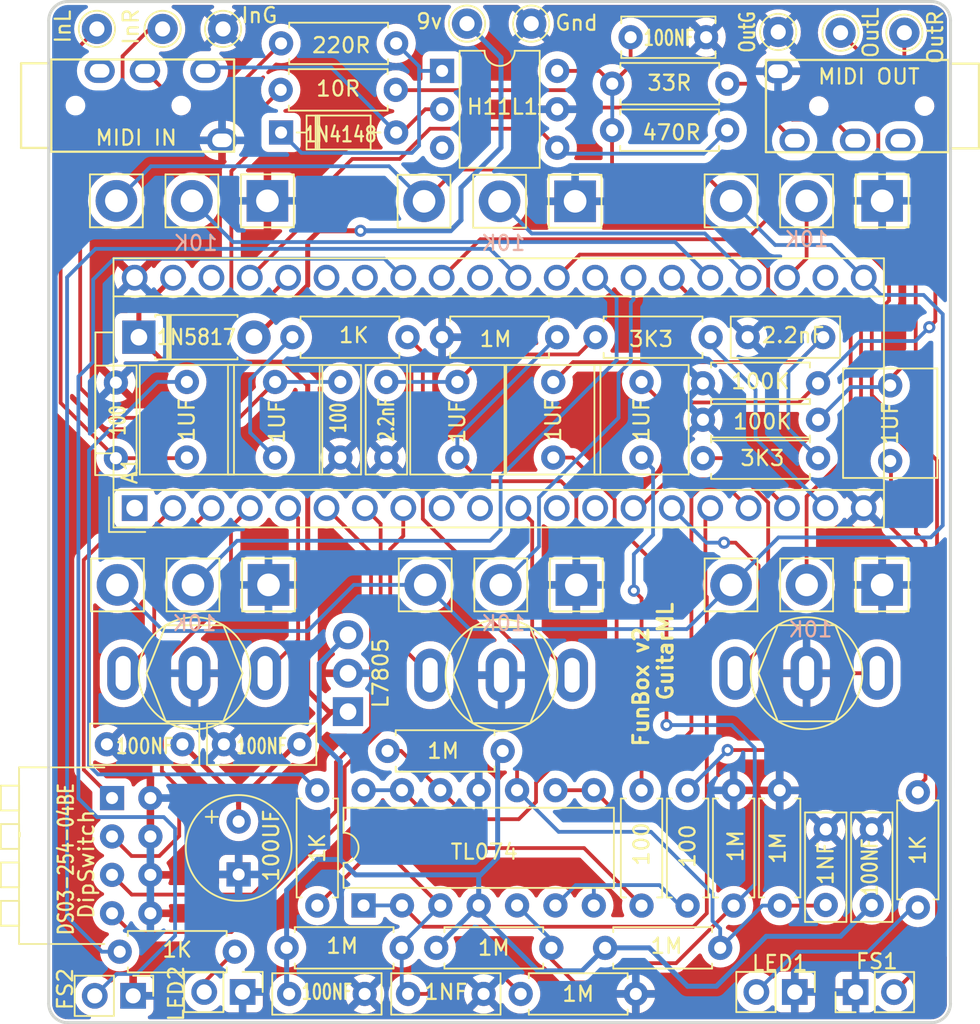
<source format=kicad_pcb>
(kicad_pcb (version 20221018) (generator pcbnew)
  (layers (0 "F.Cu" signal) (31 "B.Cu" signal) (34 "B.Paste" user) (35 "F.Paste" user) (36 "B.SilkS" user "B.Silkscreen") (37 "F.SilkS" user "F.Silkscreen") (38 "B.Mask" user) (39 "F.Mask" user) (44 "Edge.Cuts" user))
  (net 0 "")
  (net 2 "DIP1")
  (net 3 "SW3_LEFT")
  (net 4 "DIP2")
  (net 5 "FOOT_SWITCH_2")
  (net 6 "FOOT_SWITCH_1")
  (net 7 "SW3_RIGHT")
  (net 8 "DIP3")
  (net 9 "SW2_LEFT")
  (net 10 "unconnected-(A1-I2C1_SCL-Pad12)")
  (net 14 "AUDIO_IN_BUFFER_LEFT")
  (net 15 "AUDIO_OUT_BUFFER_LEFT")
  (net 16 "GND")
  (net 17 "POT_1")
  (net 18 "POT_2")
  (net 19 "POT_3")
  (net 20 "POT_4")
  (net 21 "AUDIO_IN_BUFFER_RIGHT")
  (net 22 "AUDIO_OUT_BUFFER_RIGHT")
  (net 23 "LED_1")
  (net 24 "LED_2")
  (net 27 "POT_5")
  (net 30 "POT_6")
  (net 31 "MIDI_OUT")
  (net 32 "MIDI_IN")
  (net 33 "Net-(In1-Pin_1)")
  (net 34 "Net-(C1-Pad2)")
  (net 35 "Net-(U1A-+)")
  (net 36 "Net-(U1B-+)")
  (net 37 "Net-(Out1-Pin_1)")
  (net 38 "Net-(U1B--)")
  (net 39 "Net-(9v1-Pin_1)")
  (net 40 "Net-(LED1-A)")
  (net 41 "Net-(LED2-A)")
  (net 42 "Net-(C5-Pad2)")
  (net 43 "SW2_RIGHT")
  (net 44 "3V3_D")
  (net 45 "VCC")
  (net 46 "5V")
  (net 47 "3V3_A")
  (net 48 "SW1_RIGHT")
  (net 49 "Net-(C12-Pad1)")
  (net 50 "DIP4")
  (net 51 "SW1_LEFT")
  (net 52 "Net-(In2-Pin_1)")
  (net 53 "Net-(C13-Pad1)")
  (net 54 "Net-(C14-Pad2)")
  (net 55 "Net-(U1D-+)")
  (net 56 "Net-(U1C-+)")
  (net 57 "Net-(Out2-Pin_1)")
  (net 58 "Net-(C17-Pad2)")
  (net 59 "Net-(U1D--)")
  (net 60 "Net-(D2-K)")
  (net 61 "MIDI_IN_JACK_PIN5")
  (net 62 "MIDI_IN_JACK_PIN4")
  (net 63 "MIDI_OUT_JACK_PIN4")
  (net 64 "MIDI_OUT_JACK_PIN5")
  (footprint "Resistor_THT:R_Axial_DIN0207_L6.3mm_D2.5mm_P7.62mm_Horizontal" (layer "F.Cu") (at 133.49 67.0572)
    (fp_text reference "R30")
    (fp_text value "220R")
  )
  (footprint "Potentiometer_THT:Pot_RightAngle_LongPin_16mm" (layer "F.Cu") (at 168.2788 101.57 180)
    (fp_text reference "POT4" hide)
    (fp_text value "10K")
  )
  (footprint "TestPoint:TestPoint_THTPad_D2.0mm_Drill1.0mm" (layer "F.Cu") (at 174.75 66.35)
    (fp_text reference "OutR")
    (fp_text value "~")
  )
  (footprint "Capacitor_THT:C_Rect_L7.0mm_W6.0mm_P5.00mm" (layer "F.Cu") (at 145.161 89.448 -90)
    (fp_text reference "C15")
    (fp_text value "1UF")
  )
  (footprint "Potentiometer_THT:Pot_RightAngle_LongPin_16mm" (layer "F.Cu") (at 148.035 101.57 180)
    (fp_text reference "POT5")
    (fp_text value "10K")
  )
  (footprint "Capacitor_THT:C_Rect_L7.0mm_W6.0mm_P5.00mm" (layer "F.Cu") (at 151.511 89.448 -90)
    (fp_text reference "C4")
    (fp_text value "1UF")
  )
  (footprint "Capacitor_THT:C_Rect_L7.0mm_W2.5mm_P5.00mm" (layer "F.Cu") (at 140.462 89.448 -90)
    (fp_text reference "C13")
    (fp_text value "2.2nF")
  )
  (footprint "Potentiometer_THT:Pot_RightAngle_LongPin_16mm" (layer "F.Cu") (at 147.955 76.2 180)
    (fp_text reference "POT2")
    (fp_text value "10K")
  )
  (footprint "Potentiometer_THT:Pot_RightAngle_LongPin_16mm" (layer "F.Cu") (at 168.2788 76.17 180)
    (fp_text reference "POT1")
    (fp_text value "10K")
  )
  (footprint "Resistor_THT:R_Axial_DIN0207_L6.3mm_D2.5mm_P7.62mm_Horizontal" (layer "F.Cu") (at 155.4 72.8)
    (fp_text reference "R31")
    (fp_text value "470R")
  )
  (footprint "Diode_THT:D_DO-35_SOD27_P7.62mm_Horizontal" (layer "F.Cu") (at 133.49 72.95)
    (fp_text reference "D2")
    (fp_text value "1N4148")
  )
  (footprint "Audio_Module:TRRS-PJ-320A" (layer "F.Cu") (at 177.6878 71.2 -90)
    (fp_text reference "J7")
    (fp_text value "MIDI OUT")
  )
  (footprint "Resistor_THT:R_Axial_DIN0207_L6.3mm_D2.5mm_P7.62mm_Horizontal" (layer "F.Cu") (at 134.239 86.487)
    (fp_text reference "R12")
    (fp_text value "1K")
  )
  (footprint "Package_TO_SOT_THT:TO-220-3_Vertical" (layer "F.Cu") (at 137.922 111.252 90)
    (fp_text reference "U2")
    (fp_text value "L7805")
  )
  (footprint "Button_Switch_THT:SW_Toggle_SPDT_lugs" (layer "F.Cu") (at 168.275 108.712 180)
    (fp_text reference "SW1" hide)
    (fp_text value "SW_SPDT" hide)
  )
  (footprint "Capacitor_THT:C_Rect_L7.0mm_W6.0mm_P5.00mm" (layer "F.Cu") (at 173.8122 89.6766 -90)
    (fp_text reference "C5")
    (fp_text value "1UF")
  )
  (footprint "TestPoint:TestPoint_THTPad_D2.0mm_Drill1.0mm" (layer "F.Cu") (at 129.65 66.1)
    (fp_text reference "InG")
    (fp_text value "~" hide)
  )
  (footprint "Resistor_THT:R_Axial_DIN0207_L6.3mm_D2.5mm_P7.62mm_Horizontal" (layer "F.Cu") (at 163.449 124.079 90)
    (fp_text reference "R6")
    (fp_text value "1M")
  )
  (footprint "Capacitor_THT:C_Rect_L7.0mm_W2.5mm_P5.00mm" (layer "F.Cu") (at 121.96 113.411)
    (fp_text reference "C8")
    (fp_text value "100NF")
  )
  (footprint "Capacitor_THT:C_Rect_L7.0mm_W2.5mm_P5.00mm" (layer "F.Cu") (at 139.025 129.921 180)
    (fp_text reference "C9")
    (fp_text value "100NF")
  )
  (footprint "Capacitor_THT:C_Rect_L7.0mm_W6.0mm_P5.00mm" (layer "F.Cu") (at 133.096 89.448 -90)
    (fp_text reference "C14")
    (fp_text value "1UF")
  )
  (footprint "Capacitor_THT:CP_Radial_D8.0mm_P3.50mm" (layer "F.Cu") (at 130.683 122.019 90)
    (fp_text reference "C6")
    (fp_text value "100UF")
  )
  (footprint "TestPoint:TestPoint_THTPad_D2.0mm_Drill1.0mm" (layer "F.Cu") (at 121.3 66.1)
    (fp_text reference "InL")
    (fp_text value "~" hide)
  )
  (footprint "Resistor_THT:R_Axial_DIN0207_L6.3mm_D2.5mm_P7.62mm_Horizontal" (layer "F.Cu") (at 143.764 126.873)
    (fp_text reference "R5")
    (fp_text value "1M")
  )
  (footprint "Capacitor_THT:C_Rect_L7.0mm_W2.5mm_P5.00mm" (layer "F.Cu") (at 137.414 89.448 -90)
    (fp_text reference "C11")
    (fp_text value "100")
  )
  (footprint "TestPoint:TestPoint_THTPad_D2.0mm_Drill1.0mm" (layer "F.Cu") (at 125.65 66.1)
    (fp_text reference "InR")
    (fp_text value "~" hide)
  )
  (footprint "Resistor_THT:R_Axial_DIN0207_L6.3mm_D2.5mm_P7.62mm_Horizontal" (layer "F.Cu") (at 163.033 69.723 180)
    (fp_text reference "R33")
    (fp_text value "33R")
  )
  (footprint "Resistor_THT:R_Axial_DIN0207_L6.3mm_D2.5mm_P7.62mm_Horizontal" (layer "F.Cu") (at 166.497 124.079 90)
    (fp_text reference "R16")
    (fp_text value "1M")
  )
  (footprint "TestPoint:TestPoint_THTPad_D2.0mm_Drill1.0mm" (layer "F.Cu") (at 166.4 66.3)
    (fp_text reference "OutG")
    (fp_text value "~" hide)
  )
  (footprint "Button_Switch_THT:SW_Toggle_SPDT_lugs" (layer "F.Cu") (at 148.082 108.839 180)
    (fp_text reference "SW2" hide)
    (fp_text value "SW_SPDT" hide)
  )
  (footprint "Connector_PinHeader_2.54mm:PinHeader_1x02_P2.54mm_Vertical" (layer "F.Cu") (at 130.942 129.794 -90)
    (fp_text reference "LED2")
    (fp_text value "LED_2" hide)
  )
  (footprint "Resistor_THT:R_Axial_DIN0207_L6.3mm_D2.5mm_P7.62mm_Horizontal" (layer "F.Cu") (at 149.352 129.921)
    (fp_text reference "R1")
    (fp_text value "1M")
  )
  (footprint "Capacitor_THT:C_Disc_D6.0mm_W2.5mm_P5.00mm" (layer "F.Cu") (at 156.6292 66.65)
    (fp_text reference "C30")
    (fp_text value "100NF")
  )
  (footprint "Resistor_THT:R_Axial_DIN0207_L6.3mm_D2.5mm_P7.62mm_Horizontal" (layer "F.Cu") (at 160.401 124.079 90)
    (fp_text reference "R4")
    (fp_text value "100")
  )
  (footprint "Connector_PinHeader_2.54mm:PinHeader_1x02_P2.54mm_Vertical" (layer "F.Cu") (at 167.4926 129.794 -90)
    (fp_text reference "LED1")
    (fp_text value "LED_1" hide)
  )
  (footprint "Capacitor_THT:C_Rect_L7.0mm_W2.5mm_P5.00mm" (layer "F.Cu") (at 169.545 119.039 -90)
    (fp_text reference "C16")
    (fp_text value "1NF")
  )
  (footprint "Resistor_THT:R_Axial_DIN0207_L6.3mm_D2.5mm_P7.62mm_Horizontal" (layer "F.Cu") (at 161.417 94.488)
    (fp_text reference "R11")
    (fp_text value "3K3")
  )
  (footprint "Package_DIP:DIP-14_W7.62mm" (layer "F.Cu") (at 138.953 124.069 90)
    (fp_text reference "U1")
    (fp_text value "TL074")
  )
  (footprint "TestPoint:TestPoint_THTPad_D2.0mm_Drill1.0mm" (layer "F.Cu") (at 170.525 66.35)
    (fp_text reference "OutL")
    (fp_text value "~" hide)
  )
  (footprint "TestPoint:TestPoint_THTPad_D2.0mm_Drill1.0mm" (layer "F.Cu") (at 145.8 65.75)
    (fp_text reference "9v")
    (fp_text value "~" hide)
  )
  (footprint "Module:Electrosmith_Daisy_Seed" (layer "F.Cu") (at 123.7996 97.79 90)
    (fp_text reference "A1")
    (fp_text value "Electrosmith_Daisy_Seed_Rev4" hide)
  )
  (footprint "Resistor_THT:R_Axial_DIN0207_L6.3mm_D2.5mm_P7.62mm_Horizontal" (layer "F.Cu") (at 154.94 126.873)
    (fp_text reference "R15")
    (fp_text value "1M")
  )
  (footprint "Capacitor_THT:C_Rect_L7.0mm_W6.0mm_P5.00mm" (layer "F.Cu") (at 157.353 89.448 -90)
    (fp_text reference "C17")
    (fp_text value "1UF")
  )
  (footprint "Diode_THT:D_DO-41_SOD81_P7.62mm_Horizontal" (layer "F.Cu") (at 124.079 86.487)
    (fp_text reference "D1")
    (fp_text value "1N5817")
  )
  (footprint "Potentiometer_THT:Pot_RightAngle_LongPin_16mm" (layer "F.Cu") (at 127.588 76.17 180)
    (fp_text reference "POT3")
    (fp_text value "10K")
  )
  (footprint "Button_Switch_THT:DS03-254-04BE-dip4" (layer "F.Cu") (at 122.301 116.967)
    (fp_text reference "DipSwitch")
    (fp_text value "DS03-254-04BE")
  )
  (footprint "Resistor_THT:R_Axial_DIN0207_L6.3mm_D2.5mm_P7.62mm_Horizontal" (layer "F.Cu") (at 175.641 124.206 90)
    (fp_text reference "R8")
    (fp_text value "1K")
  )
  (footprint "Capacitor_THT:C_Rect_L7.0mm_W2.5mm_P5.00mm" (layer "F.Cu") (at 169.378 86.487 180)
    (fp_text reference "C12")
    (fp_text value "2.2nF")
  )
  (footprint "Capacitor_THT:C_Rect_L7.0mm_W2.5mm_P5.00mm" (layer "F.Cu") (at 129.707 113.411)
    (fp_text reference "C7")
    (fp_text value "100NF")
  )
  (footprint "Resistor_THT:R_Axial_DIN0207_L6.3mm_D2.5mm_P7.62mm_Horizontal" (layer "F.Cu") (at 148.16 113.85 180)
    (fp_text reference "R13")
    (fp_text value "1M")
  )
  (footprint "Potentiometer_THT:Pot_RightAngle_LongPin_16mm" (layer "F.Cu") (at 127.6604 101.57 180)
    (fp_text reference "POT6")
    (fp_text value "10K")
  )
  (footprint "Resistor_THT:R_Axial_DIN0207_L6.3mm_D2.5mm_P7.62mm_Horizontal" (layer "F.Cu") (at 161.417 89.535)
    (fp_text reference "R18")
    (fp_text value "100K")
  )
  (footprint "Connector_PinHeader_2.54mm:PinHeader_1x02_P2.54mm_Vertical" (layer "F.Cu") (at 171.525 129.8 90)
    (fp_text reference "FS1")
    (fp_text value "Foot_Switch_1" hide)
  )
  (footprint "Resistor_THT:R_Axial_DIN0207_L6.3mm_D2.5mm_P7.62mm_Horizontal" (layer "F.Cu") (at 151.765 86.487 180)
    (fp_text reference "R14")
    (fp_text value "1M")
  )
  (footprint "Resistor_THT:R_Axial_DIN0207_L6.3mm_D2.5mm_P7.62mm_Horizontal" (layer "F.Cu") (at 141.0846 70.1306 180)
    (fp_text reference "R32")
    (fp_text value "10R")
  )
  (footprint "Capacitor_THT:C_Rect_L7.0mm_W6.0mm_P5.00mm" (layer "F.Cu") (at 127.254 94.448 90)
    (fp_text reference "C1")
    (fp_text value "1UF")
  )
  (footprint "Capacitor_THT:C_Rect_L7.0mm_W2.5mm_P5.00mm" (layer "F.Cu") (at 146.899 129.921 180)
    (fp_text reference "C3")
    (fp_text value "1NF")
  )
  (footprint "Resistor_THT:R_Axial_DIN0207_L6.3mm_D2.5mm_P7.62mm_Horizontal" (layer "F.Cu") (at 135.89 116.459 -90)
    (fp_text reference "R3")
    (fp_text value "1K")
  )
  (footprint "Audio_Module:TRRS-PJ-320A" (layer "F.Cu") (at 118.2807 71.1708 90)
    (fp_text reference "J6")
    (fp_text value "MIDI IN")
  )
  (footprint "Connector_PinHeader_2.54mm:PinHeader_1x02_P2.54mm_Vertical" (layer "F.Cu") (at 123.698 130.048 -90)
    (fp_text reference "FS2")
    (fp_text value "Foot_Switch_2" hide)
  )
  (footprint "Package_DIP:DIP-6_W7.62mm" (layer "F.Cu") (at 144.15 68.875)
    (fp_text reference "U5")
    (fp_text value "H11L1")
  )
  (footprint "Button_Switch_THT:SW_Toggle_SPDT_lugs" (layer "F.Cu") (at 127.762 108.712 180)
    (fp_text reference "SW3" hide)
    (fp_text value "SW_SPDT" hide)
  )
  (footprint "Resistor_THT:R_Axial_DIN0207_L6.3mm_D2.5mm_P7.62mm_Horizontal" (layer "F.Cu") (at 130.429 127.127 180)
    (fp_text reference "R9")
    (fp_text value "1K")
  )
  (footprint "Resistor_THT:R_Axial_DIN0207_L6.3mm_D2.5mm_P7.62mm_Horizontal" (layer "F.Cu") (at 133.858 126.873)
    (fp_text reference "R2")
    (fp_text value "1M")
  )
  (footprint "Resistor_THT:R_Axial_DIN0207_L6.3mm_D2.5mm_P7.62mm_Horizontal" (layer "F.Cu") (at 161.417 91.948)
    (fp_text reference "R7")
    (fp_text value "100K")
  )
  (footprint "Capacitor_THT:C_Rect_L7.0mm_W2.5mm_P5.00mm" (layer "F.Cu") (at 172.593 119.039 -90)
    (fp_text reference "C10")
    (fp_text value "100NF")
  )
  (footprint "Resistor_THT:R_Axial_DIN0207_L6.3mm_D2.5mm_P7.62mm_Horizontal" (layer "F.Cu") (at 161.925 86.487 180)
    (fp_text reference "R10")
    (fp_text value "3K3")
  )
  (footprint "Resistor_THT:R_Axial_DIN0207_L6.3mm_D2.5mm_P7.62mm_Horizontal" (layer "F.Cu") (at 157.353 124.079 90)
    (fp_text reference "R17")
    (fp_text value "100")
  )
  (footprint "TestPoint:TestPoint_THTPad_D2.0mm_Drill1.0mm" (layer "F.Cu") (at 150.05 65.75)
    (fp_text reference "Gnd")
    (fp_text value "~" hide)
  )
  (footprint "Capacitor_THT:C_Rect_L7.0mm_W2.5mm_P5.00mm" (layer "F.Cu") (at 122.555 94.488 90)
    (fp_text reference "C2")
    (fp_text value "100")
  )
  (gr_arc (start 177.800031 130.546974) (mid 177.428589 131.448207) (end 176.53 131.825999) (stroke (width 0.2)) (layer "Edge.Cuts"))
  (gr_arc (start 176.53 64.2874) (mid 177.428026 64.659374) (end 177.8 65.5574) (stroke (width 0.2)) (layer "Edge.Cuts"))
  (gr_line (start 176.53 131.825999) (end 119.38 131.826) (stroke (width 0.2)) (layer "Edge.Cuts"))
  (gr_line (start 119.38 64.2874) (end 176.53 64.2874) (stroke (width 0.2)) (layer "Edge.Cuts"))
  (gr_line (start 177.8 65.5574) (end 177.790974 130.546974) (stroke (width 0.2)) (layer "Edge.Cuts"))
  (gr_arc (start 119.38 131.826) (mid 118.481974 131.454026) (end 118.11 130.556) (stroke (width 0.2)) (layer "Edge.Cuts"))
  (gr_arc (start 118.11 65.5574) (mid 118.481974 64.659374) (end 119.38 64.2874) (stroke (width 0.2)) (layer "Edge.Cuts"))
  (gr_line (start 118.11 130.556) (end 118.11 65.5574) (stroke (width 0.2)) (layer "Edge.Cuts"))
  (gr_text "FunBox v2\n    GuitarML" (at 159.512 113.665 90) (layer "F.SilkS") (effects (font (size 1 1) (thickness 0.2) bold) (justify left bottom)))
  (segment (start 121.574 100.076) (end 120.425 101.225) (width 0.25) (layer "F.Cu") (net 2))
  (segment (start 120.425 115.091) (end 122.301 116.967) (width 0.25) (layer "F.Cu") (net 2))
  (segment (start 120.425 101.225) (end 120.425 115.091) (width 0.25) (layer "F.Cu") (net 2))
  (segment (start 126.3396 97.79) (end 124.0536 100.076) (width 0.25) (layer "F.Cu") (net 2))
  (segment (start 124.0536 100.076) (end 121.574 100.076) (width 0.25) (layer "F.Cu") (net 2))
  (segment (start 125.095 106.6546) (end 123.0376 108.712) (width 0.25) (layer "F.Cu") (net 3))
  (segment (start 125.095 101.5746) (end 125.095 106.6546) (width 0.25) (layer "F.Cu") (net 3))
  (segment (start 128.8796 97.79) (end 125.095 101.5746) (width 0.25) (layer "F.Cu") (net 3))
  (segment (start 126.746 119.482991) (end 125.428991 120.8) (width 0.25) (layer "F.Cu") (net 4))
  (segment (start 125.603 108.077) (end 125.603 115.189) (width 0.25) (layer "F.Cu") (net 4))
  (segment (start 126.746 116.332) (end 126.746 119.482991) (width 0.25) (layer "F.Cu") (net 4))
  (segment (start 130.175 99.0346) (end 130.175 103.505) (width 0.25) (layer "F.Cu") (net 4))
  (segment (start 125.428991 120.8) (end 123.594 120.8) (width 0.25) (layer "F.Cu") (net 4))
  (segment (start 131.4196 97.79) (end 130.175 99.0346) (width 0.25) (layer "F.Cu") (net 4))
  (segment (start 130.175 103.505) (end 125.603 108.077) (width 0.25) (layer "F.Cu") (net 4))
  (segment (start 123.594 120.8) (end 122.301 119.507) (width 0.25) (layer "F.Cu") (net 4))
  (segment (start 125.603 115.189) (end 126.746 116.332) (width 0.25) (layer "F.Cu") (net 4))
  (segment (start 122.425 81.3) (end 121.05 82.675) (width 0.25) (layer "B.Cu") (net 5))
  (segment (start 121.309 118.225) (end 125.725 118.225) (width 0.25) (layer "B.Cu") (net 5))
  (segment (start 140.3296 81.3) (end 122.425 81.3) (width 0.25) (layer "B.Cu") (net 5))
  (segment (start 123.95 128.6) (end 122.606 128.6) (width 0.25) (layer "B.Cu") (net 5))
  (segment (start 126.475 126.075) (end 123.95 128.6) (width 0.25) (layer "B.Cu") (net 5))
  (segment (start 121.05 88.119) (end 120.075 89.094) (width 0.25) (layer "B.Cu") (net 5))
  (segment (start 122.606 128.6) (end 121.158 130.048) (width 0.25) (layer "B.Cu") (net 5))
  (segment (start 141.5796 82.55) (end 140.3296 81.3) (width 0.25) (layer "B.Cu") (net 5))
  (segment (start 120.075 116.991) (end 121.309 118.225) (width 0.25) (layer "B.Cu") (net 5))
  (segment (start 120.075 89.094) (end 120.075 116.991) (width 0.25) (layer "B.Cu") (net 5))
  (segment (start 125.725 118.225) (end 126.475 118.975) (width 0.25) (layer "B.Cu") (net 5))
  (segment (start 121.05 82.675) (end 121.05 88.119) (width 0.25) (layer "B.Cu") (net 5))
  (segment (start 126.475 118.975) (end 126.475 126.075) (width 0.25) (layer "B.Cu") (net 5))
  (segment (start 165.862 76.835) (end 167.386 75.311) (width 0.25) (layer "F.Cu") (net 6))
  (segment (start 144.145 82.55) (end 146.685 80.01) (width 0.25) (layer "F.Cu") (net 6))
  (segment (start 172.593 90.3224) (end 176.911 94.6404) (width 0.25) (layer "F.Cu") (net 6))
  (segment (start 173.736 82.296) (end 173.736 84.064396) (width 0.25) (layer "F.Cu") (net 6))
  (segment (start 167.386 75.311) (end 169.164 75.311) (width 0.25) (layer "F.Cu") (net 6))
  (segment (start 172.593 85.207396) (end 172.593 90.3224) (width 0.25) (layer "F.Cu") (net 6))
  (segment (start 169.164 75.311) (end 170.815 76.962) (width 0.25) (layer "F.Cu") (net 6))
  (segment (start 146.685 80.01) (end 164.338 80.01) (width 0.25) (layer "F.Cu") (net 6))
  (segment (start 176.911 94.6404) (end 176.911 126.954) (width 0.25) (layer "F.Cu") (net 6))
  (segment (start 176.911 126.954) (end 174.065 129.8) (width 0.25) (layer "F.Cu") (net 6))
  (segment (start 173.736 84.064396) (end 172.593 85.207396) (width 0.25) (layer "F.Cu") (net 6))
  (segment (start 165.862 78.486) (end 165.862 76.835) (width 0.25) (layer "F.Cu") (net 6))
  (segment (start 170.815 76.962) (end 170.815 79.375) (width 0.25) (layer "F.Cu") (net 6))
  (segment (start 170.815 79.375) (end 173.736 82.296) (width 0.25) (layer "F.Cu") (net 6))
  (segment (start 164.338 80.01) (end 165.862 78.486) (width 0.25) (layer "F.Cu") (net 6))
  (segment (start 132.4356 108.712) (end 134.62 106.5276) (width 0.25) (layer "F.Cu") (net 7))
  (segment (start 134.62 106.5276) (end 134.62 98.4504) (width 0.25) (layer "F.Cu") (net 7))
  (segment (start 133.704004 97.79) (end 133.9596 97.79) (width 0.25) (layer "F.Cu") (net 7))
  (segment (start 134.62 98.4504) (end 133.9596 97.79) (width 0.25) (layer "F.Cu") (net 7))
  (segment (start 137.125 117.827) (end 131.602 123.35) (width 0.25) (layer "F.Cu") (net 8))
  (segment (start 131.602 123.35) (end 123.604 123.35) (width 0.25) (layer "F.Cu") (net 8))
  (segment (start 137.125 114.589) (end 137.125 117.827) (width 0.25) (layer "F.Cu") (net 8))
  (segment (start 139.446 100.7364) (end 139.446 112.268) (width 0.25) (layer "F.Cu") (net 8))
  (segment (start 139.446 112.268) (end 137.125 114.589) (width 0.25) (layer "F.Cu") (net 8))
  (segment (start 123.604 123.35) (end 122.301 122.047) (width 0.25) (layer "F.Cu") (net 8))
  (segment (start 136.4996 97.79) (end 139.446 100.7364) (width 0.25) (layer "F.Cu") (net 8))
  (segment (start 140.716 100.505301) (end 141.5796 99.641701) (width 0.25) (layer "F.Cu") (net 9))
  (segment (start 143.3576 108.839) (end 140.716 106.1974) (width 0.25) (layer "F.Cu") (net 9))
  (segment (start 141.5796 99.641701) (end 141.5796 97.79) (width 0.25) (layer "F.Cu") (net 9))
  (segment (start 140.716 106.1974) (end 140.716 100.505301) (width 0.25) (layer "F.Cu") (net 9))
  (segment (start 152.2476 97.79) (end 151.7396 97.79) (width 0.25) (layer "F.Cu") (net 10))
  (segment (start 161.671 103.666364) (end 161.671 124.587) (width 0.25) (layer "F.Cu") (net 14))
  (segment (start 161.5788 98.1108) (end 161.5788 103.574164) (width 0.25) (layer "F.Cu") (net 14))
  (segment (start 161.671 124.587) (end 160.782 125.476) (width 0.25) (layer "F.Cu") (net 14))
  (segment (start 161.8996 97.79) (end 161.5788 98.1108) (width 0.25) (layer "F.Cu") (net 14))
  (segment (start 161.5788 103.574164) (end 161.671 103.666364) (width 0.25) (layer "F.Cu") (net 14))
  (segment (start 142.9 125.476) (end 141.493 124.069) (width 0.25) (layer "F.Cu") (net 14))
  (segment (start 160.782 125.476) (end 142.9 125.476) (width 0.25) (layer "F.Cu") (net 14))
  (segment (start 138.953 124.069) (end 141.493 124.069) (width 0.25) (layer "B.Cu") (net 14))
  (segment (start 163.6776 94.488) (end 166.9796 97.79) (width 0.25) (layer "F.Cu") (net 15))
  (segment (start 161.417 94.488) (end 163.6776 94.488) (width 0.25) (layer "F.Cu") (net 15))
  (segment (start 167.259 97.5106) (end 166.9796 97.79) (width 0.25) (layer "B.Cu") (net 15))
  (segment (start 127.635 108.1786) (end 127.635 108.9152) (width 0.25) (layer "F.Cu") (net 16))
  (segment (start 146.685 116.337) (end 146.573 116.449) (width 0.25) (layer "F.Cu") (net 16))
  (segment (start 173.860999 102.287801) (end 173.2788 102.87) (width 0.25) (layer "F.Cu") (net 16))
  (segment (start 168.2788 77.47) (end 168.2788 81.2762) (width 0.25) (layer "F.Cu") (net 17))
  (segment (start 168.2788 81.2762) (end 167.005 82.55) (width 0.25) (layer "F.Cu") (net 17))
  (segment (start 150.084 79.629) (end 161.544 79.629) (width 0.25) (layer "B.Cu") (net 18))
  (segment (start 147.955 77.5) (end 150.084 79.629) (width 0.25) (layer "B.Cu") (net 18))
  (segment (start 161.544 79.629) (end 164.465 82.55) (width 0.25) (layer "B.Cu") (net 18))
  (segment (start 127.588 77.47) (end 130.313 80.195) (width 0.25) (layer "B.Cu") (net 19))
  (segment (start 159.57 80.195) (end 161.925 82.55) (width 0.25) (layer "B.Cu") (net 19))
  (segment (start 130.313 80.195) (end 159.57 80.195) (width 0.25) (layer "B.Cu") (net 19))
  (segment (start 168.2788 97.0242) (end 168.2788 102.87) (width 0.25) (layer "F.Cu") (net 20))
  (segment (start 171.196 94.107) (end 168.2788 97.0242) (width 0.25) (layer "F.Cu") (net 20))
  (segment (start 161.6456 84.836) (end 170.434 84.836) (width 0.25) (layer "F.Cu") (net 20))
  (segment (start 171.196 85.598) (end 171.196 94.107) (width 0.25) (layer "F.Cu") (net 20))
  (segment (start 159.3596 82.55) (end 161.6456 84.836) (width 0.25) (layer "F.Cu") (net 20))
  (segment (start 170.434 84.836) (end 171.196 85.598) (width 0.25) (layer "F.Cu") (net 20))
  (segment (start 159.385 82.55) (end 159.705991 82.55) (width 0.25) (layer "B.Cu") (net 20))
  (segment (start 160.655 97.028) (end 161.163 96.52) (width 0.25) (layer "F.Cu") (net 21))
  (segment (start 160.655 112.522) (end 160.655 97.028) (width 0.25) (layer "F.Cu") (net 21))
  (segment (start 158.877 114.3) (end 160.655 112.522) (width 0.25) (layer "F.Cu") (net 21))
  (segment (start 154.193 116.449) (end 151.653 116.449) (width 0.25) (layer "F.Cu") (net 21))
  (segment (start 163.1696 96.52) (end 164.4396 97.79) (width 0.25) (layer "F.Cu") (net 21))
  (segment (start 158.877 117.094) (end 158.877 114.3) (width 0.25) (layer "F.Cu") (net 21))
  (segment (start 161.163 96.52) (end 163.1696 96.52) (width 0.25) (layer "F.Cu") (net 21))
  (segment (start 157.988 117.983) (end 158.877 117.094) (width 0.25) (layer "F.Cu") (net 21))
  (segment (start 155.727 117.983) (end 157.988 117.983) (width 0.25) (layer "F.Cu") (net 21))
  (segment (start 154.193 116.449) (end 155.727 117.983) (width 0.25) (layer "F.Cu") (net 21))
  (segment (start 169.5196 97.79) (end 164.9 93.1704) (width 0.25) (layer "B.Cu") (net 22))
  (segment (start 164.9 93.1704) (end 164.9 89.97) (width 0.25) (layer "B.Cu") (net 22))
  (segment (start 161.925 86.995) (end 161.925 86.487) (width 0.25) (layer "B.Cu") (net 22))
  (segment (start 164.9 89.97) (end 161.925 86.995) (width 0.25) (layer "B.Cu") (net 22))
  (segment (start 166.497 84.074) (end 165.735 83.312) (width 0.25) (layer "F.Cu") (net 23))
  (segment (start 171.069 84.074) (end 166.497 84.074) (width 0.25) (layer "F.Cu") (net 23))
  (segment (start 165.735 83.312) (end 165.735 81.915) (width 0.25) (layer "F.Cu") (net 23))
  (segment (start 175.26 116.586) (end 176.149 115.697) (width 0.25) (layer "F.Cu") (net 23))
  (segment (start 153.2636 81.026) (end 151.7396 82.55) (width 0.25) (layer "F.Cu") (net 23))
  (segment (start 175.514 94.4626) (end 171.8818 90.8304) (width 0.25) (layer "F.Cu") (net 23))
  (segment (start 165.735 81.915) (end 164.846 81.026) (width 0.25) (layer "F.Cu") (net 23))
  (segment (start 176.149 100.076) (end 175.514 99.441) (width 0.25) (layer "F.Cu") (net 23))
  (segment (start 171.8818 90.8304) (end 171.8818 84.8868) (width 0.25) (layer "F.Cu") (net 23))
  (segment (start 176.149 115.697) (end 176.149 100.076) (width 0.25) (layer "F.Cu") (net 23))
  (segment (start 175.514 99.441) (end 175.514 94.4626) (width 0.25) (layer "F.Cu") (net 23))
  (segment (start 164.846 81.026) (end 153.2636 81.026) (width 0.25) (layer "F.Cu") (net 23))
  (segment (start 171.8818 84.8868) (end 171.069 84.074) (width 0.25) (layer "F.Cu") (net 23))
  (segment (start 152.4 82.55) (end 151.765 82.55) (width 0.25) (layer "B.Cu") (net 23))
  (segment (start 147.32 80.645) (end 121.205 80.645) (width 0.25) (layer "B.Cu") (net 24))
  (segment (start 119.325 82.525) (end 119.325 124.825) (width 0.25) (layer "B.Cu") (net 24))
  (segment (start 119.325 124.825) (end 121.627 127.127) (width 0.25) (layer "B.Cu") (net 24))
  (segment (start 121.205 80.645) (end 119.325 82.525) (width 0.25) (layer "B.Cu") (net 24))
  (segment (start 149.225 82.55) (end 147.32 80.645) (width 0.25) (layer "B.Cu") (net 24))
  (segment (start 121.627 127.127) (end 122.809 127.127) (width 0.25) (layer "B.Cu") (net 24))
  (segment (start 155.829 91.821) (end 155.829 88.9) (width 0.25) (layer "B.Cu") (net 27))
  (segment (start 156.8196 82.55) (end 156.8196 84.006013) (width 0.25) (layer "B.Cu") (net 27))
  (segment (start 148.035 102.87) (end 150.5646 100.3404) (width 0.25) (layer "B.Cu") (net 27))
  (segment (start 155.829 88.9) (end 156.642 88.087) (width 0.25) (layer "B.Cu") (net 27))
  (segment (start 150.5646 97.0854) (end 155.829 91.821) (width 0.25) (layer "B.Cu") (net 27))
  (segment (start 156.642 88.087) (end 156.642 84.183613) (width 0.25) (layer "B.Cu") (net 27))
  (segment (start 150.5646 100.3404) (end 150.5646 97.0854) (width 0.25) (layer "B.Cu") (net 27))
  (segment (start 156.8196 84.006013) (end 156.642 84.183613) (width 0.25) (layer "B.Cu") (net 27))
  (segment (start 155.702 88.011) (end 155.702 83.880009) (width 0.25) (layer "B.Cu") (net 30))
  (segment (start 147.32 99.949) (end 148.0246 99.2444) (width 0.25) (layer "B.Cu") (net 30))
  (segment (start 130.5814 99.949) (end 147.32 99.949) (width 0.25) (layer "B.Cu") (net 30))
  (segment (start 148.0246 95.6884) (end 155.702 88.011) (width 0.25) (layer "B.Cu") (net 30))
  (segment (start 127.6604 102.87) (end 130.5814 99.949) (width 0.25) (layer "B.Cu") (net 30))
  (segment (start 154.371991 82.55) (end 154.2796 82.55) (width 0.25) (layer "B.Cu") (net 30))
  (segment (start 155.702 83.880009) (end 154.371991 82.55) (width 0.25) (layer "B.Cu") (net 30))
  (segment (start 148.0246 99.2444) (end 148.0246 95.6884) (width 0.25) (layer "B.Cu") (net 30))
  (segment (start 132.3096 84.2) (end 130.9 84.2) (width 0.25) (layer "F.Cu") (net 31))
  (segment (start 133.9596 82.55) (end 132.3096 84.2) (width 0.25) (layer "F.Cu") (net 31))
  (segment (start 131.6 74.1) (end 131.6 71.9952) (width 0.25) (layer "F.Cu") (net 31))
  (segment (start 130.9 84.2) (end 130.2 83.5) (width 0.25) (layer "F.Cu") (net 31))
  (segment (start 130.2 75.5) (end 131.6 74.1) (width 0.25) (layer "F.Cu") (net 31))
  (segment (start 130.2 83.5) (end 130.2 75.5) (width 0.25) (layer "F.Cu") (net 31))
  (segment (start 131.6 71.9952) (end 133.4646 70.1306) (width 0.25) (layer "F.Cu") (net 31))
  (segment (start 141.35 74.7) (end 143.35 72.7) (width 0.25) (layer "F.Cu") (net 32))
  (segment (start 134.8 78.1) (end 138.2 74.7) (width 0.25) (layer "F.Cu") (net 32))
  (segment (start 138.2 74.7) (end 141.35 74.7) (width 0.25) (layer "F.Cu") (net 32))
  (segment (start 150.515 72.7) (end 151.77 73.955) (width 0.25) (layer "F.Cu") (net 32))
  (segment (start 143.35 72.7) (end 150.515 72.7) (width 0.25) (layer "F.Cu") (net 32))
  (segment (start 131.4196 82.55) (end 134.8 79.1696) (width 0.25) (layer "F.Cu") (net 32))
  (segment (start 134.8 79.1696) (end 134.8 78.1) (width 0.25) (layer "F.Cu") (net 32))
  (segment (start 152.015 74.2) (end 151.77 73.955) (width 0.25) (layer "B.Cu") (net 32))
  (segment (start 151.77 73.955) (end 152.165 74.35) (width 0.25) (layer "B.Cu") (net 32))
  (segment (start 152.165 74.35) (end 161.47 74.35) (width 0.25) (layer "B.Cu") (net 32))
  (segment (start 161.47 74.35) (end 163.02 72.8) (width 0.25) (layer "B.Cu") (net 32))
  (segment (start 120.5992 66.167) (end 120.5992 66.2008) (width 0.25) (layer "F.Cu") (net 33))
  (segment (start 122.555 94.488) (end 127.214 94.488) (width 0.25) (layer "F.Cu") (net 33))
  (segment (start 127.214 94.488) (end 127.254 94.448) (width 0.25) (layer "F.Cu") (net 33))
  (segment (start 118.9 68.5) (end 121.3 66.1) (width 0.25) (layer "F.Cu") (net 33))
  (segment (start 118.8974 68.7026) (end 118.9 68.7) (width 0.25) (layer "F.Cu") (net 33))
  (segment (start 122.555 94.488) (end 118.8974 90.8304) (width 0.25) (layer "F.Cu") (net 33))
  (segment (start 118.9 68.7) (end 118.9 68.5) (width 0.25) (layer "F.Cu") (net 33))
  (segment (start 118.8974 90.8304) (end 118.8974 68.7026) (width 0.25) (layer "F.Cu") (net 33))
  (segment (start 123.19 94.361) (end 123.19 94.448) (width 0.25) (layer "F.Cu") (net 33))
  (segment (start 135.89 116.586) (end 135.89 116.332) (width 0.25) (layer "F.Cu") (net 34))
  (segment (start 120.777 114.808) (end 121.369 115.4) (width 0.25) (layer "B.Cu") (net 34))
  (segment (start 120.777 93.98) (end 120.777 114.808) (width 0.25) (layer "B.Cu") (net 34))
  (segment (start 134.831 115.4) (end 135.89 116.459) (width 0.25) (layer "B.Cu") (net 34))
  (segment (start 125.309 89.448) (end 120.777 93.98) (width 0.25) (layer "B.Cu") (net 34))
  (segment (start 127.254 89.448) (end 125.309 89.448) (width 0.25) (layer "B.Cu") (net 34))
  (segment (start 121.369 115.4) (end 134.831 115.4) (width 0.25) (layer "B.Cu") (net 34))
  (segment (start 143.15737 129.921) (end 141.899 129.921) (width 0.25) (layer "F.Cu") (net 35))
  (segment (start 144.93537 128.143) (end 147.574 128.143) (width 0.25) (layer "F.Cu") (net 35))
  (segment (start 141.122 121.158) (end 138.811 121.158) (width 0.25) (layer "F.Cu") (net 35))
  (segment (start 138.811 121.158) (end 135.89 124.079) (width 0.25) (layer "F.Cu") (net 35))
  (segment (start 144.93537 128.143) (end 143.15737 129.921) (width 0.25) (layer "F.Cu") (net 35))
  (segment (start 141.122 121.158) (end 144.033 124.069) (width 0.25) (layer "F.Cu") (net 35))
  (segment (start 147.574 128.143) (end 149.352 129.921) (width 0.25) (layer "F.Cu") (net 35))
  (segment (start 141.478 126.624) (end 141.478 126.873) (width 0.25) (layer "B.Cu") (net 35))
  (segment (start 141.478 129.5) (end 141.899 129.921) (width 0.25) (layer "B.Cu") (net 35))
  (segment (start 141.478 126.873) (end 141.478 129.5) (width 0.25) (layer "B.Cu") (net 35))
  (segment (start 144.033 124.069) (end 141.478 126.624) (width 0.25) (layer "B.Cu") (net 35))
  (segment (start 141.478 129.373) (end 141.899 129.794) (width 0.25) (layer "B.Cu") (net 35))
  (segment (start 155.575 97.233699) (end 152.789301 94.448) (width 0.25) (layer "F.Cu") (net 36))
  (segment (start 151.384 127.635) (end 152.908 129.159) (width 0.25) (layer "F.Cu") (net 36))
  (segment (start 155.575 98.806) (end 155.575 97.233699) (width 0.25) (layer "F.Cu") (net 36))
  (segment (start 159.004 102.235) (end 155.575 98.806) (width 0.25) (layer "F.Cu") (net 36))
  (segment (start 152.908 129.159) (end 155.067 129.159) (width 0.25) (layer "F.Cu") (net 36))
  (segment (start 155.067 129.159) (end 156.337 127.889) (width 0.25) (layer "F.Cu") (net 36))
  (segment (start 159.639 127.889) (end 163.449 124.079) (width 0.25) (layer "F.Cu") (net 36))
  (segment (start 151.384 126.746) (end 151.384 127.635) (width 0.25) (layer "F.Cu") (net 36))
  (segment (start 159.004 112.141) (end 159.004 102.235) (width 0.25) (layer "F.Cu") (net 36))
  (segment (start 156.337 127.889) (end 159.639 127.889) (width 0.25) (layer "F.Cu") (net 36))
  (segment (start 152.789301 94.448) (end 151.511 94.448) (width 0.25) (layer "F.Cu") (net 36))
  (via (at 159.004 112.141) (size 0.8) (drill 0.4) (layers "F.Cu" "B.Cu") (net 36))
  (segment (start 151.384 126.34) (end 151.384 126.746) (width 0.25) (layer "B.Cu") (net 36))
  (segment (start 151.384 126.34) (end 151.384 127.254) (width 0.25) (layer "B.Cu") (net 36))
  (segment (start 163.322 112.141) (end 164.846 113.665) (width 0.25) (layer "B.Cu") (net 36))
  (segment (start 159.004 112.141) (end 163.322 112.141) (width 0.25) (layer "B.Cu") (net 36))
  (segment (start 149.113 124.069) (end 151.384 126.34) (width 0.25) (layer "B.Cu") (net 36))
  (segment (start 164.846 122.682) (end 163.449 124.079) (width 0.25) (layer "B.Cu") (net 36))
  (segment (start 164.846 113.665) (end 164.846 122.682) (width 0.25) (layer "B.Cu") (net 36))
  (segment (start 173.7266 75.2) (end 173.0248 74.4982) (width 0.25) (layer "F.Cu") (net 37))
  (segment (start 173.355 89.702) (end 175.5 87.557) (width 0.25) (layer "F.Cu") (net 37))
  (segment (start 175.5 75.8) (end 174.9 75.2) (width 0.25) (layer "F.Cu") (net 37))
  (segment (start 174.9 75.2) (end 173.7266 75.2) (width 0.25) (layer "F.Cu") (net 37))
  (segment (start 170.0276 66.3194) (end 170.0276 66.4276) (width 0.25) (layer "F.Cu") (net 37))
  (segment (start 175.5 87.557) (end 175.5 75.8) (width 0.25) (layer "F.Cu") (net 37))
  (segment (start 173.0248 68.8498) (end 170.525 66.35) (width 0.25) (layer "F.Cu") (net 37))
  (segment (start 173.0248 74.4982) (end 173.0248 68.8498) (width 0.25) (layer "F.Cu") (net 37))
  (segment (start 169.037 91.948) (end 171.196 89.789) (width 0.25) (layer "B.Cu") (net 37))
  (segment (start 171.196 89.789) (end 173.268 89.789) (width 0.25) (layer "B.Cu") (net 37))
  (segment (start 173.268 89.789) (end 173.355 89.702) (width 0.25) (layer "B.Cu") (net 37))
  (segment (start 154.55 122.725) (end 152.997 122.725) (width 0.25) (layer "B.Cu") (net 38))
  (segment (start 158.539 122.725) (end 154.397 122.725) (width 0.25) (layer "B.Cu") (net 38))
  (segment (start 152.997 122.725) (end 151.653 124.069) (width 0.25) (layer "B.Cu") (net 38))
  (segment (start 154.193 122.732) (end 154.2 122.725) (width 0.25) (layer "B.Cu") (net 38))
  (segment (start 154.193 124.069) (end 154.193 122.732) (width 0.25) (layer "B.Cu") (net 38))
  (segment (start 159.893 124.079) (end 158.539 122.725) (width 0.25) (layer "B.Cu") (net 38))
  (segment (start 135.255 80.195) (end 135.255 83.058) (width 0.3302) (layer "F.Cu") (net 39))
  (segment (start 135.255 83.058) (end 131.826 86.487) (width 0.3302) (layer "F.Cu") (net 39))
  (segment (start 131.826 86.487) (end 131.699 86.487) (width 0.3302) (layer "F.Cu") (net 39))
  (segment (start 138.75 79.45) (end 136 79.45) (width 0.3302) (layer "F.Cu") (net 39))
  (segment (start 136 79.45) (end 135.255 80.195) (width 0.3302) (layer "F.Cu") (net 39))
  (via (at 138.75 79.45) (size 0.8) (drill 0.4) (layers "F.Cu" "B.Cu") (net 39))
  (segment (start 138.75 79.45) (end 144.7 79.45) (width 0.3302) (layer "B.Cu") (net 39))
  (segment (start 148.05 68) (end 145.8 65.75) (width 0.3302) (layer "B.Cu") (net 39))
  (segment (start 148.05 73.95) (end 148.05 68) (width 0.3302) (layer "B.Cu") (net 39))
  (segment (start 145.4 78.75) (end 145.4 76.6) (width 0.3302) (layer "B.Cu") (net 39))
  (segment (start 144.7 79.45) (end 145.4 78.75) (width 0.3302) (layer "B.Cu") (net 39))
  (segment (start 145.4 76.6) (end 148.05 73.95) (width 0.3302) (layer "B.Cu") (net 39))
  (segment (start 164.9526 129.794) (end 167.6196 127.127) (width 0.25) (layer "B.Cu") (net 40))
  (segment (start 167.6196 127.127) (end 172.339 127.127) (width 0.25) (layer "B.Cu") (net 40))
  (segment (start 172.339 127.127) (end 175.26 124.206) (width 0.25) (layer "B.Cu") (net 40))
  (segment (start 130.429 127.127) (end 128.402 129.154) (width 0.25) (layer "F.Cu") (net 41))
  (segment (start 128.402 129.154) (end 128.402 129.794) (width 0.25) (layer "F.Cu") (net 41))
  (segment (start 173.863 99.06) (end 173.863 94.7274) (width 0.25) (layer "F.Cu") (net 42))
  (segment (start 175.387 110.363) (end 175.387 100.584) (width 0.25) (layer "F.Cu") (net 42))
  (segment (start 163.05 113.792) (end 171.958 113.792) (width 0.25) (layer "F.Cu") (net 42))
  (segment (start 171.958 113.792) (end 175.387 110.363) (width 0.25) (layer "F.Cu") (net 42))
  (segment (start 175.387 100.584) (end 173.863 99.06) (width 0.25) (layer "F.Cu") (net 42))
  (segment (start 173.863 94.7274) (end 173.8122 94.6766) (width 0.25) (layer "F.Cu") (net 42))
  (via (at 163.05 113.792) (size 0.8) (drill 0.4) (layers "F.Cu" "B.Cu") (net 42))
  (segment (start 163.05 113.792) (end 163.05 113.81) (width 0.25) (layer "B.Cu") (net 42))
  (segment (start 163.05 113.81) (end 160.401 116.459) (width 0.25) (layer "B.Cu") (net 42))
  (segment (start 150.114 98.7044) (end 149.1996 97.79) (width 0.25) (layer "F.Cu") (net 43))
  (segment (start 152.7556 108.839) (end 150.114 106.1974) (width 0.25) (layer "F.Cu") (net 43))
  (segment (start 150.114 106.1974) (end 150.114 98.7044) (width 0.25) (layer "F.Cu") (net 43))
  (segment (start 134.707 113.411) (end 134.473 113.411) (width 0.3302) (layer "F.Cu") (net 45))
  (segment (start 126.3396 82.55) (end 126.3396 82.7786) (width 0.25) (layer "F.Cu") (net 45))
  (segment (start 136.866 111.252) (end 137.922 111.252) (width 0.3302) (layer "F.Cu") (net 45))
  (segment (start 130.683 117.134) (end 126.96 113.411) (width 0.3302) (layer "F.Cu") (net 45))
  (segment (start 124.079 86.487) (end 125.73 88.138) (width 0.3302) (layer "F.Cu") (net 45))
  (segment (start 133.731 88.138) (end 135.255 89.662) (width 0.3302) (layer "F.Cu") (net 45))
  (segment (start 135.255 89.662) (end 135.255 109.855) (width 0.3302) (layer "F.Cu") (net 45))
  (segment (start 130.683 117.435) (end 130.683 118.519) (width 0.3302) (layer "F.Cu") (net 45))
  (segment (start 134.473 113.411) (end 130.683 117.201) (width 0.3302) (layer "F.Cu") (net 45))
  (segment (start 134.707 113.411) (end 136.866 111.252) (width 0.3302) (layer "F.Cu") (net 45))
  (segment (start 136.652 111.252) (end 137.922 111.252) (width 0.3302) (layer "F.Cu") (net 45))
  (segment (start 125.73 88.138) (end 133.731 88.138) (width 0.3302) (layer "F.Cu") (net 45))
  (segment (start 135.255 109.855) (end 136.652 111.252) (width 0.3302) (layer "F.Cu") (net 45))
  (segment (start 130.683 117.435) (end 130.683 117.134) (width 0.3302) (layer "F.Cu") (net 45))
  (segment (start 126.3396 82.55) (end 124.079 84.8106) (width 0.3302) (layer "F.Cu") (net 45))
  (segment (start 130.683 117.201) (end 130.683 117.435) (width 0.3302) (layer "F.Cu") (net 45))
  (segment (start 124.079 84.8106) (end 124.079 86.487) (width 0.3302) (layer "F.Cu") (net 45))
  (segment (start 138.049 106.553) (end 137.8646 106.3686) (width 0.25) (layer "F.Cu") (net 46))
  (segment (start 150.495 128.397) (end 153.416 128.397) (width 0.3302) (layer "B.Cu") (net 46))
  (segment (start 137.414 121.031) (end 137.414 114.554) (width 0.3302) (layer "B.Cu") (net 46))
  (segment (start 146.573 122.047) (end 146.573 124.069) (width 0.3302) (layer "B.Cu") (net 46))
  (segment (start 146.573 122.047) (end 146.685 122.047) (width 0.3302) (layer "B.Cu") (net 46))
  (segment (start 137.414 114.554) (end 136.017 113.157) (width 0.3302) (layer "B.Cu") (net 46))
  (segment (start 157.861 126.873) (end 154.94 126.873) (width 0.3302) (layer "B.Cu") (net 46))
  (segment (start 165.608 126.111) (end 162.306 129.413) (width 0.3302) (layer "B.Cu") (net 46))
  (segment (start 146.685 122.047) (end 147.828 120.904) (width 0.3302) (layer "B.Cu") (net 46))
  (segment (start 133.858 123.063) (end 135.89 121.031) (width 0.3302) (layer "B.Cu") (net 46))
  (segment (start 160.401 129.413) (end 157.861 126.873) (width 0.3302) (layer "B.Cu") (net 46))
  (segment (start 162.306 129.413) (end 160.401 129.413) (width 0.3302) (layer "B.Cu") (net 46))
  (segment (start 138.43 122.047) (end 137.414 121.031) (width 0.3302) (layer "B.Cu") (net 46))
  (segment (start 133.858 126.873) (end 133.858 123.063) (width 0.3302) (layer "B.Cu") (net 46))
  (segment (start 147.828 120.904) (end 147.828 114.182) (width 0.3302) (layer "B.Cu") (net 46))
  (segment (start 170.521 126.111) (end 165.608 126.111) (width 0.3302) (layer "B.Cu") (net 46))
  (segment (start 172.593 124.039) (end 170.521 126.111) (width 0.3302) (layer "B.Cu") (net 46))
  (segment (start 147.828 114.182) (end 148.16 113.85) (width 0.3302) (layer "B.Cu") (net 46))
  (segment (start 135.89 121.031) (end 137.414 121.031) (width 0.3302) (layer "B.Cu") (net 46))
  (segment (start 133.858 126.873) (end 133.858 129.754) (width 0.3302) (layer "B.Cu") (net 46))
  (segment (start 133.858 129.754) (end 134.025 129.921) (width 0.25) (layer "B.Cu") (net 46))
  (segment (start 136.017 108.077) (end 137.922 106.172) (width 0.3302) (layer "B.Cu") (net 46))
  (segment (start 146.573 124.069) (end 146.573 124.475) (width 0.3302) (layer "B.Cu") (net 46))
  (segment (start 153.416 128.397) (end 154.94 126.873) (width 0.3302) (layer "B.Cu") (net 46))
  (segment (start 146.573 124.475) (end 150.495 128.397) (width 0.3302) (layer "B.Cu") (net 46))
  (segment (start 146.573 124.069) (end 143.764 126.878) (width 0.3302) (layer "B.Cu") (net 46))
  (segment (start 146.573 122.047) (end 138.43 122.047) (width 0.3302) (layer "B.Cu") (net 46))
  (segment (start 136.017 113.157) (end 136.017 108.077) (width 0.3302) (layer "B.Cu") (net 46))
  (segment (start 156.6292 68.5068) (end 155.413 69.723) (width 0.25) (layer "F.Cu") (net 47))
  (segment (start 156.6292 66.65) (end 156.6292 68.5068) (width 0.25) (layer "F.Cu") (net 47))
  (segment (start 161.2088 75.4) (end 155.4 75.4) (width 0.25) (layer "F.Cu") (net 47))
  (segment (start 145.055 75.4) (end 155.4 75.4) (width 0.25) (layer "F.Cu") (net 47))
  (segment (start 151.77 68.875) (end 154.565 68.875) (width 0.25) (layer "F.Cu") (net 47))
  (segment (start 154.565 68.875) (end 155.413 69.723) (width 0.25) (layer "F.Cu") (net 47))
  (segment (start 155.4 72.8) (end 155.4 75.4) (width 0.25) (layer "F.Cu") (net 47))
  (segment (start 161.2088 75.4) (end 163.2788 77.47) (width 0.25) (layer "F.Cu") (net 47))
  (segment (start 142.955 77.5) (end 145.055 75.4) (width 0.25) (layer "F.Cu") (net 47))
  (segment (start 138.303 102.87) (end 143.035 102.87) (width 0.25) (layer "B.Cu") (net 47))
  (segment (start 176.022 83.693) (end 173.2026 83.693) (width 0.25) (layer "B.Cu") (net 47))
  (segment (start 166.4168 99.732) (end 176.493 99.732) (width 0.25) (layer "B.Cu") (net 47))
  (segment (start 176.493 99.732) (end 177.292 98.933) (width 0.25) (layer "B.Cu") (net 47))
  (segment (start 125.7084 105.918) (end 135.255 105.918) (width 0.25) (layer "B.Cu") (net 47))
  (segment (start 140.639 75.184) (end 124.874 75.184) (width 0.25) (layer "B.Cu") (net 47))
  (segment (start 163.2788 102.87) (end 160.3578 105.791) (width 0.25) (layer "B.Cu") (net 47))
  (segment (start 142.955 77.5) (end 140.639 75.184) (width 0.25) (layer "B.Cu") (net 47))
  (segment (start 135.255 105.918) (end 138.303 102.87) (width 0.25) (layer "B.Cu") (net 47))
  (segment (start 177.292 98.933) (end 177.292 84.963) (width 0.25) (layer "B.Cu") (net 47))
  (segment (start 166.1998 80.391) (end 169.9006 80.391) (width 0.25) (layer "B.Cu") (net 47))
  (segment (start 122.6604 102.87) (end 125.7084 105.918) (width 0.25) (layer "B.Cu") (net 47))
  (segment (start 124.874 75.184) (end 122.588 77.47) (width 0.25) (layer "B.Cu") (net 47))
  (segment (start 173.2026 83.693) (end 172.0596 82.55) (width 0.25) (layer "B.Cu") (net 47))
  (segment (start 155.413 72.6694) (end 155.54 72.7964) (width 0.25) (layer "B.Cu") (net 47))
  (segment (start 163.2788 77.47) (end 166.1998 80.391) (width 0.25) (layer "B.Cu") (net 47))
  (segment (start 160.3578 105.791) (end 145.956 105.791) (width 0.25) (layer "B.Cu") (net 47))
  (segment (start 177.292 84.963) (end 176.022 83.693) (width 0.25) (layer "B.Cu") (net 47))
  (segment (start 155.413 69.723) (end 155.413 72.787) (width 0.25) (layer "B.Cu") (net 47))
  (segment (start 155.413 72.787) (end 155.4 72.8) (width 0.25) (layer "B.Cu") (net 47))
  (segment (start 145.956 105.791) (end 143.035 102.87) (width 0.25) (layer "B.Cu") (net 47))
  (segment (start 163.2788 102.87) (end 166.4168 99.732) (width 0.25) (layer "B.Cu") (net 47))
  (segment (start 169.9006 80.391) (end 172.0596 82.55) (width 0.25) (layer "B.Cu") (net 47))
  (segment (start 157.226 97.79) (end 156.8196 97.79) (width 0.25) (layer "F.Cu") (net 48))
  (segment (start 159.131 95.885) (end 157.226 97.79) (width 0.25) (layer "F.Cu") (net 48))
  (segment (start 165.735 97.423699) (end 164.196301 95.885) (width 0.25) (layer "F.Cu") (net 48))
  (segment (start 165.735 103.124) (end 165.735 97.423699) (width 0.25) (layer "F.Cu") (net 48))
  (segment (start 171.323 108.712) (end 165.735 103.124) (width 0.25) (layer "F.Cu") (net 48))
  (segment (start 172.9486 108.712) (end 171.323 108.712) (width 0.25) (layer "F.Cu") (net 48))
  (segment (start 164.196301 95.885) (end 159.131 95.885) (width 0.25) (layer "F.Cu") (net 48))
  (segment (start 152.821 88.138) (end 151.511 89.448) (width 0.25) (layer "F.Cu") (net 49))
  (segment (start 169.378 86.487) (end 167.727 88.138) (width 0.25) (layer "F.Cu") (net 49))
  (segment (start 167.727 88.138) (end 152.821 88.138) (width 0.25) (layer "F.Cu") (net 49))
  (segment (start 169.037 94.488) (end 167.075 92.526) (width 0.25) (layer "B.Cu") (net 49))
  (segment (start 167.075 88.79) (end 169.378 86.487) (width 0.25) (layer "B.Cu") (net 49))
  (segment (start 167.075 92.526) (end 167.075 88.79) (width 0.25) (layer "B.Cu") (net 49))
  (segment (start 130.207 125.825) (end 123.539 125.825) (width 0.25) (layer "F.Cu") (net 50))
  (segment (start 137.7 114.9) (end 137.7 118.332) (width 0.25) (layer "F.Cu") (net 50))
  (segment (start 140.081 112.519) (end 137.7 114.9) (width 0.25) (layer "F.Cu") (net 50))
  (segment (start 139.0396 97.79) (end 140.081 98.8314) (width 0.25) (layer "F.Cu") (net 50))
  (segment (start 123.539 125.825) (end 122.301 124.587) (width 0.25) (layer "F.Cu") (net 50))
  (segment (start 137.7 118.332) (end 130.207 125.825) (width 0.25) (layer "F.Cu") (net 50))
  (segment (start 140.081 98.8314) (end 140.081 112.519) (width 0.25) (layer "F.Cu") (net 50))
  (segment (start 162.814 100.076) (end 163.576 100.076) (width 0.25) (layer "F.Cu") (net 51))
  (segment (start 165.1 107.1626) (end 163.5506 108.712) (width 0.25) (layer "F.Cu") (net 51))
  (segment (start 163.576 100.076) (end 165.1 101.6) (width 0.25) (layer "F.Cu") (net 51))
  (segment (start 165.1 101.6) (end 165.1 107.1626) (width 0.25) (layer "F.Cu") (net 51))
  (via (at 162.814 100.076) (size 0.8) (drill 0.4) (layers "F.Cu" "B.Cu") (net 51))
  (segment (start 161.6456 100.076) (end 159.3596 97.79) (width 0.25) (layer "B.Cu") (net 51))
  (segment (start 162.814 100.076) (end 161.6456 100.076) (width 0.25) (layer "B.Cu") (net 51))
  (segment (start 123 71.691) (end 123 67.9) (width 0.25) (layer "F.Cu") (net 52))
  (segment (start 133.096 89.448) (end 130.723 91.821) (width 0.25) (layer "F.Cu") (net 52))
  (segment (start 130.723 91.821) (end 122.174 91.821) (width 0.25) (layer "F.Cu") (net 52))
  (segment (start 122.174 91.821) (end 120.1928 89.8398) (width 0.25) (layer "F.Cu") (net 52))
  (segment (start 120.1928 89.8398) (end 120.1928 74.4982) (width 0.25) (layer "F.Cu") (net 52))
  (segment (start 120.1928 74.4982) (end 123 71.691) (width 0.25) (layer "F.Cu") (net 52))
  (segment (start 124.8 66.1) (end 125.65 66.1) (width 0.25) (layer "F.Cu") (net 52))
  (segment (start 123 67.9) (end 124.8 66.1) (width 0.25) (layer "F.Cu") (net 52))
  (segment (start 137.414 89.448) (end 133.096 89.448) (width 0.25) (layer "B.Cu") (net 52))
  (segment (start 146.979 87.63) (end 145.161 89.448) (width 0.25) (layer "F.Cu") (net 53))
  (segment (start 154.305 86.487) (end 153.162 87.63) (width 0.25) (layer "F.Cu") (net 53))
  (segment (start 153.162 87.63) (end 146.979 87.63) (width 0.25) (layer "F.Cu") (net 53))
  (segment (start 145.161 89.448) (end 140.462 89.448) (width 0.25) (layer "B.Cu") (net 53))
  (segment (start 131.445 92.797) (end 131.445 89.281) (width 0.25) (layer "B.Cu") (net 54))
  (segment (start 133.096 94.448) (end 131.445 92.797) (width 0.25) (layer "B.Cu") (net 54))
  (segment (start 131.445 89.281) (end 134.239 86.487) (width 0.25) (layer "B.Cu") (net 54))
  (segment (start 153.035 97.028) (end 152.019 96.012) (width 0.25) (layer "F.Cu") (net 55))
  (segment (start 151.529 114.79) (end 154.770991 114.79) (width 0.25) (layer "F.Cu") (net 55))
  (segment (start 153.035 98.806) (end 153.035 97.028) (width 0.25) (layer "F.Cu") (net 55))
  (segment (start 144.033 116.449) (end 145.948 118.364) (width 0.25) (layer "F.Cu") (net 55))
  (segment (start 149.225 118.364) (end 150.368 117.221) (width 0.25) (layer "F.Cu") (net 55))
  (segment (start 155.702 113.858991) (end 155.702 101.473) (width 0.25) (layer "F.Cu") (net 55))
  (segment (start 152.019 96.012) (end 146.725 96.012) (width 0.25) (layer "F.Cu") (net 55))
  (segment (start 155.702 101.473) (end 153.035 98.806) (width 0.25) (layer "F.Cu") (net 55))
  (segment (start 146.725 96.012) (end 145.161 94.448) (width 0.25) (layer "F.Cu") (net 55))
  (segment (start 150.368 115.951) (end 151.529 114.79) (width 0.25) (layer "F.Cu") (net 55))
  (segment (start 154.770991 114.79) (end 155.702 113.858991) (width 0.25) (layer "F.Cu") (net 55))
  (segment (start 141.434 113.85) (end 144.033 116.449) (width 0.25) (layer "F.Cu") (net 55))
  (segment (start 150.368 117.221) (end 150.368 115.951) (width 0.25) (layer "F.Cu") (net 55))
  (segment (start 145.948 118.364) (end 149.225 118.364) (width 0.25) (layer "F.Cu") (net 55))
  (segment (start 140.54 113.85) (end 141.434 113.85) (width 0.25) (layer "F.Cu") (net 55))
  (segment (start 145.161 93.091) (end 145.161 94.448) (width 0.25) (layer "B.Cu") (net 55))
  (segment (start 151.765 86.487) (end 145.161 93.091) (width 0.25) (layer "B.Cu") (net 55))
  (segment (start 149.113 115.047) (end 149.113 116.449) (width 0.25) (layer "F.Cu") (net 56))
  (segment (start 145.415 103.251) (end 150.495 108.331) (width 0.25) (layer "F.Cu") (net 56))
  (segment (start 166.497 124.079) (end 169.505 124.079) (width 0.25) (layer "F.Cu") (net 56))
  (segment (start 142.875 98.50655) (end 145.415 101.04655) (width 0.25) (layer "F.Cu") (net 56))
  (segment (start 168.997 124.079) (end 169.037 124.039) (width 0.25) (layer "F.Cu") (net 56))
  (segment (start 169.505 124.079) (end 169.545 124.039) (width 0.25) (layer "F.Cu") (net 56))
  (segment (start 145.415 101.04655) (end 145.415 103.251) (width 0.25) (layer "F.Cu") (net 56))
  (segment (start 142.875 87.503) (end 142.875 98.50655) (width 0.25) (layer "F.Cu") (net 56))
  (segment (start 150.495 113.665) (end 149.113 115.047) (width 0.25) (layer "F.Cu") (net 56))
  (segment (start 150.495 108.331) (end 150.495 113.665) (width 0.25) (layer "F.Cu") (net 56))
  (segment (start 141.859 86.487) (end 142.875 87.503) (width 0.25) (layer "F.Cu") (net 56))
  (segment (start 151.864 119.2) (end 157.975 119.2) (width 0.25) (layer "B.Cu") (net 56))
  (segment (start 162.052 123.277) (end 162.052 125.095) (width 0.25) (layer "B.Cu") (net 56))
  (segment (start 162.052 125.095) (end 162.56 125.603) (width 0.25) (layer "B.Cu") (net 56))
  (segment (start 162.56 125.603) (end 162.56 126.873) (width 0.25) (layer "B.Cu") (net 56))
  (segment (start 166.497 124.079) (end 165.354 124.079) (width 0.25) (layer "B.Cu") (net 56))
  (segment (start 149.113 116.449) (end 151.864 119.2) (width 0.25) (layer "B.Cu") (net 56))
  (segment (start 165.354 124.079) (end 162.56 126.873) (width 0.25) (layer "B.Cu") (net 56))
  (segment (start 157.975 119.2) (end 162.052 123.277) (width 0.25) (layer "B.Cu") (net 56))
  (segment (start 158.71 90.805) (end 157.353 89.448) (width 0.25) (layer "F.Cu") (net 57))
  (segment (start 176.4 85.8266) (end 176.8 85.4266) (width 0.25) (layer "F.Cu") (net 57))
  (segment (start 176.8 85.4266) (end 176.8 73.422) (width 0.25) (layer "F.Cu") (net 57))
  (segment (start 174.75 71.372) (end 174.75 66.35) (width 0.25) (layer "F.Cu") (net 57))
  (segment (start 169.037 89.535) (end 167.767 90.805) (width 0.25) (layer "F.Cu") (net 57))
  (segment (start 167.767 90.805) (end 158.71 90.805) (width 0.25) (layer "F.Cu") (net 57))
  (segment (start 176.8 73.422) (end 174.75 71.372) (width 0.25) (layer "F.Cu") (net 57))
  (via (at 176.4 85.8266) (size 0.8) (drill 0.4) (layers "F.Cu" "B.Cu") (net 57))
  (segment (start 175.4856 86.741) (end 171.831 86.741) (width 0.25) (layer "B.Cu") (net 57))
  (segment (start 176.4 85.8266) (end 175.4856 86.741) (width 0.25) (layer "B.Cu") (net 57))
  (segment (start 171.831 86.741) (end 169.037 89.535) (width 0.25) (layer "B.Cu") (net 57))
  (segment (start 156.845 103.251) (end 157.353 103.759) (width 0.25) (layer "F.Cu") (net 58))
  (segment (start 157.353 103.759) (end 157.353 116.459) (width 0.25) (layer "F.Cu") (net 58))
  (via (at 156.845 103.251) (size 0.8) (drill 0.4) (layers "F.Cu" "B.Cu") (net 58))
  (segment (start 156.845 103.251) (end 156.845 100.838) (width 0.25) (layer "B.Cu") (net 58))
  (segment (start 158.115 99.568) (end 158.115 95.21) (width 0.25) (layer "B.Cu") (net 58))
  (segment (start 158.115 95.21) (end 157.353 94.448) (width 0.25) (layer "B.Cu") (net 58))
  (segment (start 156.845 100.838) (end 158.115 99.568) (width 0.25) (layer "B.Cu") (net 58))
  (segment (start 141.493 116.449) (end 145.319 120.275) (width 0.25) (layer "F.Cu") (net 59))
  (segment (start 153.549 120.275) (end 157.353 124.079) (width 0.25) (layer "F.Cu") (net 59))
  (segment (start 145.319 120.275) (end 153.549 120.275) (width 0.25) (layer "F.Cu") (net 59))
  (segment (start 138.953 116.449) (end 141.493 116.449) (width 0.25) (layer "B.Cu") (net 59))
  (segment (start 141.11 67.0572) (end 142.625 68.5722) (width 0.25) (layer "B.Cu") (net 60))
  (segment (start 142.625 73.825) (end 142.15 74.3) (width 0.25) (layer "B.Cu") (net 60))
  (segment (start 142.15 74.3) (end 134.84 74.3) (width 0.25) (layer "B.Cu") (net 60))
  (segment (start 142.625 69) (end 142.625 73.825) (width 0.25) (layer "B.Cu") (net 60))
  (segment (start 144.15 68.875) (end 142.625 68.875) (width 0.25) (layer "B.Cu") (net 60))
  (segment (start 134.84 74.3) (end 133.49 72.95) (width 0.25) (layer "B.Cu") (net 60))
  (segment (start 142.625 68.5722) (end 142.625 69) (width 0.25) (layer "B.Cu") (net 60))
  (segment (start 143.825 69.2) (end 144.15 68.875) (width 0.25) (layer "B.Cu") (net 60))
  (segment (start 143.0372 71.415) (end 144.15 71.415) (width 0.25) (layer "F.Cu") (net 61))
  (segment (start 143.0372 71.415) (end 141.5288 72.9234) (width 0.25) (layer "F.Cu") (net 61))
  (segment (start 136.81 68.65) (end 141.11 72.95) (width 0.25) (layer "B.Cu") (net 61))
  (segment (start 128.7015 68.65) (end 136.81 68.65) (width 0.25) (layer "B.Cu") (net 61))
  (segment (start 128.4807 68.8708) (end 128.7015 68.65) (width 0.25) (layer "B.Cu") (net 61))
  (segment (start 125.9099 70.3) (end 130.2472 70.3) (width 0.25) (layer "F.Cu") (net 62))
  (segment (start 130.2472 70.3) (end 133.49 67.0572) (width 0.25) (layer "F.Cu") (net 62))
  (segment (start 124.4807 68.8708) (end 125.9099 70.3) (width 0.25) (layer "F.Cu") (net 62))
  (segment (start 167.331085 72.1) (end 170.0408 72.1) (width 0.25) (layer "F.Cu") (net 63))
  (segment (start 163.033 69.723) (end 164.954085 69.723) (width 0.25) (layer "F.Cu") (net 63))
  (segment (start 170.0408 72.1) (end 171.4878 73.547) (width 0.25) (layer "F.Cu") (net 63))
  (segment (start 164.954085 69.723) (end 167.331085 72.1) (width 0.25) (layer "F.Cu") (net 63))
  (segment (start 141.5494 70.15) (end 153.3 70.15) (width 0.25) (layer "F.Cu") (net 64))
  (segment (start 165.2408 71.3) (end 167.4878 73.547) (width 0.25) (layer "F.Cu") (net 64))
  (segment (start 141.5034 70.104) (end 141.5494 70.15) (width 0.25) (layer "F.Cu") (net 64))
  (segment (start 154.45 71.3) (end 165.2408 71.3) (width 0.25) (layer "F.Cu") (net 64))
  (segment (start 153.3 70.15) (end 154.45 71.3) (width 0.25) (layer "F.Cu") (net 64))
  (zone (net 16) (net_name "GND") (layer "F.Cu") (connect_pads (clearance 0.5)) (min_thickness 0.25) (fill yes (thermal_gap 0.5) (thermal_bridge_width 0.5))
    (polygon (pts (xy 119.5324 64.2874) (xy 176.3776 64.2874) (xy 177.275626 64.659374) (xy 177.7492 65.4812) (xy 177.8 130.175) (xy 177.428026 131.327026) (xy 176.53 131.699) (xy 119.38 131.699) (xy 118.481974 131.327026) (xy 118.11 130.175) (xy 118.237 65.3288) (xy 118.634374 64.659374)))
  )
  (zone (net 16) (net_name "GND") (layer "B.Cu") (connect_pads (clearance 0.5)) (min_thickness 0.25) (fill yes (thermal_gap 0.5) (thermal_bridge_width 0.5))
    (polygon (pts (xy 119.4562 64.3382) (xy 176.4538 64.3382) (xy 177.292 64.6684) (xy 177.6984 65.3542) (xy 177.8 130.175) (xy 177.428026 131.327026) (xy 176.53 131.699) (xy 119.38 131.699) (xy 118.481974 131.327026) (xy 118.11 130.175) (xy 118.237 65.3288) (xy 118.634374 64.643)))
  )
)
</source>
